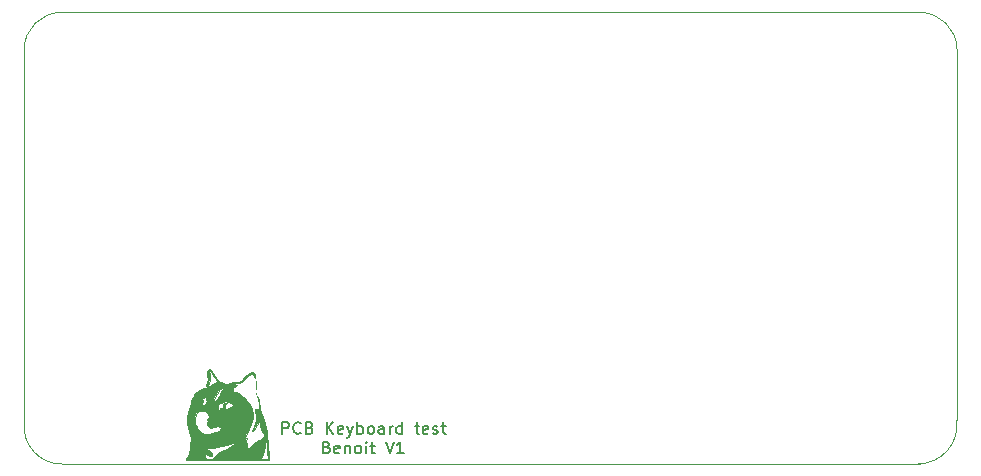
<source format=gbr>
G04 #@! TF.GenerationSoftware,KiCad,Pcbnew,(6.0.0-rc1-dev-1574-g3a1e66dba-dirty)*
G04 #@! TF.CreationDate,2019-01-27T21:49:17+01:00
G04 #@! TF.ProjectId,ai03_tutorial,61693033-5f74-4757-946f-7269616c2e6b,rev?*
G04 #@! TF.SameCoordinates,Original*
G04 #@! TF.FileFunction,Legend,Top*
G04 #@! TF.FilePolarity,Positive*
%FSLAX46Y46*%
G04 Gerber Fmt 4.6, Leading zero omitted, Abs format (unit mm)*
G04 Created by KiCad (PCBNEW (6.0.0-rc1-dev-1574-g3a1e66dba-dirty)) date 2019 January 27, Sunday 21:49:17*
%MOMM*%
%LPD*%
G04 APERTURE LIST*
%ADD10C,0.150000*%
%ADD11C,0.120000*%
%ADD12C,0.010000*%
G04 APERTURE END LIST*
D10*
X110744857Y-111641380D02*
X110744857Y-110641380D01*
X111125809Y-110641380D01*
X111221047Y-110689000D01*
X111268666Y-110736619D01*
X111316285Y-110831857D01*
X111316285Y-110974714D01*
X111268666Y-111069952D01*
X111221047Y-111117571D01*
X111125809Y-111165190D01*
X110744857Y-111165190D01*
X112316285Y-111546142D02*
X112268666Y-111593761D01*
X112125809Y-111641380D01*
X112030571Y-111641380D01*
X111887714Y-111593761D01*
X111792476Y-111498523D01*
X111744857Y-111403285D01*
X111697238Y-111212809D01*
X111697238Y-111069952D01*
X111744857Y-110879476D01*
X111792476Y-110784238D01*
X111887714Y-110689000D01*
X112030571Y-110641380D01*
X112125809Y-110641380D01*
X112268666Y-110689000D01*
X112316285Y-110736619D01*
X113078190Y-111117571D02*
X113221047Y-111165190D01*
X113268666Y-111212809D01*
X113316285Y-111308047D01*
X113316285Y-111450904D01*
X113268666Y-111546142D01*
X113221047Y-111593761D01*
X113125809Y-111641380D01*
X112744857Y-111641380D01*
X112744857Y-110641380D01*
X113078190Y-110641380D01*
X113173428Y-110689000D01*
X113221047Y-110736619D01*
X113268666Y-110831857D01*
X113268666Y-110927095D01*
X113221047Y-111022333D01*
X113173428Y-111069952D01*
X113078190Y-111117571D01*
X112744857Y-111117571D01*
X114506761Y-111641380D02*
X114506761Y-110641380D01*
X115078190Y-111641380D02*
X114649619Y-111069952D01*
X115078190Y-110641380D02*
X114506761Y-111212809D01*
X115887714Y-111593761D02*
X115792476Y-111641380D01*
X115602000Y-111641380D01*
X115506761Y-111593761D01*
X115459142Y-111498523D01*
X115459142Y-111117571D01*
X115506761Y-111022333D01*
X115602000Y-110974714D01*
X115792476Y-110974714D01*
X115887714Y-111022333D01*
X115935333Y-111117571D01*
X115935333Y-111212809D01*
X115459142Y-111308047D01*
X116268666Y-110974714D02*
X116506761Y-111641380D01*
X116744857Y-110974714D02*
X116506761Y-111641380D01*
X116411523Y-111879476D01*
X116363904Y-111927095D01*
X116268666Y-111974714D01*
X117125809Y-111641380D02*
X117125809Y-110641380D01*
X117125809Y-111022333D02*
X117221047Y-110974714D01*
X117411523Y-110974714D01*
X117506761Y-111022333D01*
X117554380Y-111069952D01*
X117602000Y-111165190D01*
X117602000Y-111450904D01*
X117554380Y-111546142D01*
X117506761Y-111593761D01*
X117411523Y-111641380D01*
X117221047Y-111641380D01*
X117125809Y-111593761D01*
X118173428Y-111641380D02*
X118078190Y-111593761D01*
X118030571Y-111546142D01*
X117982952Y-111450904D01*
X117982952Y-111165190D01*
X118030571Y-111069952D01*
X118078190Y-111022333D01*
X118173428Y-110974714D01*
X118316285Y-110974714D01*
X118411523Y-111022333D01*
X118459142Y-111069952D01*
X118506761Y-111165190D01*
X118506761Y-111450904D01*
X118459142Y-111546142D01*
X118411523Y-111593761D01*
X118316285Y-111641380D01*
X118173428Y-111641380D01*
X119363904Y-111641380D02*
X119363904Y-111117571D01*
X119316285Y-111022333D01*
X119221047Y-110974714D01*
X119030571Y-110974714D01*
X118935333Y-111022333D01*
X119363904Y-111593761D02*
X119268666Y-111641380D01*
X119030571Y-111641380D01*
X118935333Y-111593761D01*
X118887714Y-111498523D01*
X118887714Y-111403285D01*
X118935333Y-111308047D01*
X119030571Y-111260428D01*
X119268666Y-111260428D01*
X119363904Y-111212809D01*
X119840095Y-111641380D02*
X119840095Y-110974714D01*
X119840095Y-111165190D02*
X119887714Y-111069952D01*
X119935333Y-111022333D01*
X120030571Y-110974714D01*
X120125809Y-110974714D01*
X120887714Y-111641380D02*
X120887714Y-110641380D01*
X120887714Y-111593761D02*
X120792476Y-111641380D01*
X120602000Y-111641380D01*
X120506761Y-111593761D01*
X120459142Y-111546142D01*
X120411523Y-111450904D01*
X120411523Y-111165190D01*
X120459142Y-111069952D01*
X120506761Y-111022333D01*
X120602000Y-110974714D01*
X120792476Y-110974714D01*
X120887714Y-111022333D01*
X121982952Y-110974714D02*
X122363904Y-110974714D01*
X122125809Y-110641380D02*
X122125809Y-111498523D01*
X122173428Y-111593761D01*
X122268666Y-111641380D01*
X122363904Y-111641380D01*
X123078190Y-111593761D02*
X122982952Y-111641380D01*
X122792476Y-111641380D01*
X122697238Y-111593761D01*
X122649619Y-111498523D01*
X122649619Y-111117571D01*
X122697238Y-111022333D01*
X122792476Y-110974714D01*
X122982952Y-110974714D01*
X123078190Y-111022333D01*
X123125809Y-111117571D01*
X123125809Y-111212809D01*
X122649619Y-111308047D01*
X123506761Y-111593761D02*
X123602000Y-111641380D01*
X123792476Y-111641380D01*
X123887714Y-111593761D01*
X123935333Y-111498523D01*
X123935333Y-111450904D01*
X123887714Y-111355666D01*
X123792476Y-111308047D01*
X123649619Y-111308047D01*
X123554380Y-111260428D01*
X123506761Y-111165190D01*
X123506761Y-111117571D01*
X123554380Y-111022333D01*
X123649619Y-110974714D01*
X123792476Y-110974714D01*
X123887714Y-111022333D01*
X124221047Y-110974714D02*
X124602000Y-110974714D01*
X124363904Y-110641380D02*
X124363904Y-111498523D01*
X124411523Y-111593761D01*
X124506761Y-111641380D01*
X124602000Y-111641380D01*
X114530571Y-112767571D02*
X114673428Y-112815190D01*
X114721047Y-112862809D01*
X114768666Y-112958047D01*
X114768666Y-113100904D01*
X114721047Y-113196142D01*
X114673428Y-113243761D01*
X114578190Y-113291380D01*
X114197238Y-113291380D01*
X114197238Y-112291380D01*
X114530571Y-112291380D01*
X114625809Y-112339000D01*
X114673428Y-112386619D01*
X114721047Y-112481857D01*
X114721047Y-112577095D01*
X114673428Y-112672333D01*
X114625809Y-112719952D01*
X114530571Y-112767571D01*
X114197238Y-112767571D01*
X115578190Y-113243761D02*
X115482952Y-113291380D01*
X115292476Y-113291380D01*
X115197238Y-113243761D01*
X115149619Y-113148523D01*
X115149619Y-112767571D01*
X115197238Y-112672333D01*
X115292476Y-112624714D01*
X115482952Y-112624714D01*
X115578190Y-112672333D01*
X115625809Y-112767571D01*
X115625809Y-112862809D01*
X115149619Y-112958047D01*
X116054380Y-112624714D02*
X116054380Y-113291380D01*
X116054380Y-112719952D02*
X116102000Y-112672333D01*
X116197238Y-112624714D01*
X116340095Y-112624714D01*
X116435333Y-112672333D01*
X116482952Y-112767571D01*
X116482952Y-113291380D01*
X117102000Y-113291380D02*
X117006761Y-113243761D01*
X116959142Y-113196142D01*
X116911523Y-113100904D01*
X116911523Y-112815190D01*
X116959142Y-112719952D01*
X117006761Y-112672333D01*
X117102000Y-112624714D01*
X117244857Y-112624714D01*
X117340095Y-112672333D01*
X117387714Y-112719952D01*
X117435333Y-112815190D01*
X117435333Y-113100904D01*
X117387714Y-113196142D01*
X117340095Y-113243761D01*
X117244857Y-113291380D01*
X117102000Y-113291380D01*
X117863904Y-113291380D02*
X117863904Y-112624714D01*
X117863904Y-112291380D02*
X117816285Y-112339000D01*
X117863904Y-112386619D01*
X117911523Y-112339000D01*
X117863904Y-112291380D01*
X117863904Y-112386619D01*
X118197238Y-112624714D02*
X118578190Y-112624714D01*
X118340095Y-112291380D02*
X118340095Y-113148523D01*
X118387714Y-113243761D01*
X118482952Y-113291380D01*
X118578190Y-113291380D01*
X119530571Y-112291380D02*
X119863904Y-113291380D01*
X120197238Y-112291380D01*
X121054380Y-113291380D02*
X120482952Y-113291380D01*
X120768666Y-113291380D02*
X120768666Y-112291380D01*
X120673428Y-112434238D01*
X120578190Y-112529476D01*
X120482952Y-112577095D01*
D11*
X92075000Y-75946000D02*
X164719000Y-75946000D01*
X167894000Y-79121000D02*
X167872109Y-110491408D01*
X92075000Y-114173000D02*
X164719000Y-114173000D01*
X88900000Y-78994000D02*
X88900000Y-110744000D01*
X88900000Y-79121000D02*
G75*
G02X92075000Y-75946000I3175000J0D01*
G01*
X92075000Y-114183144D02*
G75*
G02X88900000Y-110744000I0J3185144D01*
G01*
X167872109Y-110491408D02*
G75*
G02X164592000Y-114173000I-3280109J-379592D01*
G01*
X164719000Y-75946000D02*
G75*
G02X167894000Y-79121000I0J-3175000D01*
G01*
D12*
G36*
X106045000Y-109047687D02*
G01*
X105979404Y-109131106D01*
X105950458Y-109135333D01*
X105892247Y-109202342D01*
X105900199Y-109304666D01*
X105893429Y-109446123D01*
X105825407Y-109474000D01*
X105728292Y-109403612D01*
X105706333Y-109307645D01*
X105774611Y-109137841D01*
X105875667Y-109050666D01*
X106014996Y-109004647D01*
X106045000Y-109047687D01*
X106045000Y-109047687D01*
G37*
X106045000Y-109047687D02*
X105979404Y-109131106D01*
X105950458Y-109135333D01*
X105892247Y-109202342D01*
X105900199Y-109304666D01*
X105893429Y-109446123D01*
X105825407Y-109474000D01*
X105728292Y-109403612D01*
X105706333Y-109307645D01*
X105774611Y-109137841D01*
X105875667Y-109050666D01*
X106014996Y-109004647D01*
X106045000Y-109047687D01*
G36*
X108559385Y-107234938D02*
G01*
X108561581Y-107251500D01*
X108575592Y-107548385D01*
X108561581Y-107801833D01*
X108544980Y-107865735D01*
X108532836Y-107779294D01*
X108527503Y-107561490D01*
X108527433Y-107526666D01*
X108531768Y-107294061D01*
X108543204Y-107190492D01*
X108559385Y-107234938D01*
X108559385Y-107234938D01*
G37*
X108559385Y-107234938D02*
X108561581Y-107251500D01*
X108575592Y-107548385D01*
X108561581Y-107801833D01*
X108544980Y-107865735D01*
X108532836Y-107779294D01*
X108527503Y-107561490D01*
X108527433Y-107526666D01*
X108531768Y-107294061D01*
X108543204Y-107190492D01*
X108559385Y-107234938D01*
G36*
X108556778Y-108147555D02*
G01*
X108566911Y-108248035D01*
X108556778Y-108260444D01*
X108506443Y-108248822D01*
X108500333Y-108204000D01*
X108531311Y-108134309D01*
X108556778Y-108147555D01*
X108556778Y-108147555D01*
G37*
X108556778Y-108147555D02*
X108566911Y-108248035D01*
X108556778Y-108260444D01*
X108506443Y-108248822D01*
X108500333Y-108204000D01*
X108531311Y-108134309D01*
X108556778Y-108147555D01*
G36*
X108689226Y-108530661D02*
G01*
X108711974Y-108568909D01*
X108798567Y-108762570D01*
X108817786Y-108902356D01*
X108816869Y-108905392D01*
X108773553Y-108919664D01*
X108736445Y-108836816D01*
X108666703Y-108607774D01*
X108631550Y-108500333D01*
X108627343Y-108447620D01*
X108689226Y-108530661D01*
X108689226Y-108530661D01*
G37*
X108689226Y-108530661D02*
X108711974Y-108568909D01*
X108798567Y-108762570D01*
X108817786Y-108902356D01*
X108816869Y-108905392D01*
X108773553Y-108919664D01*
X108736445Y-108836816D01*
X108666703Y-108607774D01*
X108631550Y-108500333D01*
X108627343Y-108447620D01*
X108689226Y-108530661D01*
G36*
X104718371Y-106266290D02*
G01*
X104914014Y-106511059D01*
X105054469Y-106748375D01*
X105209901Y-107006960D01*
X105359643Y-107160863D01*
X105564442Y-107261157D01*
X105726003Y-107312997D01*
X105999754Y-107385715D01*
X106213832Y-107427450D01*
X106340874Y-107435917D01*
X106353518Y-107408828D01*
X106256667Y-107357333D01*
X106209030Y-107315385D01*
X106308998Y-107289326D01*
X106566841Y-107276693D01*
X106595333Y-107276176D01*
X106867019Y-107265003D01*
X107058963Y-107224910D01*
X107229671Y-107129626D01*
X107437650Y-106952882D01*
X107551410Y-106846892D01*
X107794335Y-106638827D01*
X108010853Y-106488373D01*
X108156383Y-106426249D01*
X108162264Y-106426000D01*
X108329830Y-106499431D01*
X108456366Y-106675292D01*
X108493649Y-106864933D01*
X108465796Y-106877591D01*
X108407166Y-106757599D01*
X108401927Y-106743500D01*
X108278983Y-106555674D01*
X108114592Y-106526321D01*
X107922169Y-106653711D01*
X107786324Y-106822819D01*
X107624400Y-107019161D01*
X107470063Y-107140940D01*
X107424976Y-107156875D01*
X107281983Y-107219598D01*
X107245981Y-107268056D01*
X107151251Y-107323061D01*
X106945079Y-107360605D01*
X106821111Y-107368478D01*
X106594981Y-107376865D01*
X106527066Y-107389018D01*
X106606269Y-107411574D01*
X106714926Y-107431978D01*
X106897932Y-107474447D01*
X106936747Y-107523969D01*
X106866802Y-107597455D01*
X106718983Y-107666414D01*
X106641375Y-107655958D01*
X106576551Y-107684628D01*
X106553000Y-107848595D01*
X106572091Y-108020982D01*
X106656822Y-108069359D01*
X106751029Y-108057995D01*
X106945812Y-108082138D01*
X107143053Y-108247592D01*
X107153967Y-108260236D01*
X107358295Y-108458684D01*
X107572841Y-108610842D01*
X107582725Y-108616077D01*
X107808970Y-108815190D01*
X108006032Y-109141533D01*
X108156989Y-109553445D01*
X108244917Y-110009267D01*
X108260381Y-110284292D01*
X108221725Y-110493900D01*
X108120479Y-110798066D01*
X107978909Y-111144810D01*
X107819281Y-111482151D01*
X107663861Y-111758109D01*
X107578098Y-111877085D01*
X107491802Y-111990038D01*
X107536548Y-112004489D01*
X107643103Y-111973848D01*
X107780349Y-111945863D01*
X107787935Y-111999155D01*
X107772483Y-112026095D01*
X107688020Y-112240540D01*
X107711638Y-112405865D01*
X107751767Y-112445636D01*
X107793684Y-112551737D01*
X107744096Y-112680565D01*
X107696848Y-112826397D01*
X107757329Y-112866428D01*
X107906398Y-112807012D01*
X108124915Y-112654501D01*
X108313460Y-112491583D01*
X108533303Y-112305906D01*
X108713725Y-112185577D01*
X108808568Y-112156883D01*
X108926502Y-112121455D01*
X109062546Y-111987239D01*
X109172594Y-111812939D01*
X109212546Y-111657259D01*
X109206211Y-111627596D01*
X109122777Y-111518959D01*
X109083941Y-111506000D01*
X109020722Y-111435656D01*
X109008333Y-111350777D01*
X108978296Y-111187134D01*
X108947347Y-111134569D01*
X108913919Y-111017190D01*
X108909870Y-110806266D01*
X108913078Y-110760625D01*
X108939795Y-110447666D01*
X108774369Y-110659333D01*
X108616079Y-110889646D01*
X108467803Y-111146155D01*
X108467797Y-111146166D01*
X108349041Y-111327042D01*
X108238651Y-111417584D01*
X108222992Y-111420036D01*
X108170075Y-111392305D01*
X108208071Y-111356536D01*
X108276660Y-111247901D01*
X108368151Y-111025725D01*
X108454384Y-110764922D01*
X108538961Y-110444680D01*
X108563440Y-110228551D01*
X108532013Y-110063994D01*
X108513812Y-110020105D01*
X108422171Y-109750285D01*
X108425472Y-109571186D01*
X108520521Y-109505396D01*
X108585000Y-109516333D01*
X108701660Y-109528788D01*
X108751920Y-109438856D01*
X108764070Y-109289205D01*
X108773806Y-109008333D01*
X108842711Y-109304666D01*
X108897487Y-109512850D01*
X108988617Y-109831118D01*
X109101201Y-110208162D01*
X109172152Y-110439015D01*
X109433084Y-111509694D01*
X109575904Y-112637665D01*
X109600305Y-113305166D01*
X109601000Y-113876666D01*
X106087333Y-113876666D01*
X105334525Y-113875602D01*
X104636942Y-113872561D01*
X104012179Y-113867773D01*
X103477833Y-113861468D01*
X103051498Y-113853873D01*
X102750771Y-113845219D01*
X102593248Y-113835735D01*
X102573667Y-113830904D01*
X102618535Y-113737910D01*
X102727795Y-113572895D01*
X102740155Y-113555738D01*
X102861587Y-113291942D01*
X102925610Y-112901806D01*
X102933733Y-112776000D01*
X102940857Y-112685242D01*
X103894713Y-112685242D01*
X103941239Y-112736285D01*
X104110374Y-112825337D01*
X104300101Y-112903974D01*
X104549558Y-113034981D01*
X104728706Y-113195042D01*
X104814826Y-113352120D01*
X104785203Y-113474181D01*
X104728999Y-113508789D01*
X104574067Y-113494797D01*
X104434945Y-113409743D01*
X104310271Y-113312117D01*
X104247663Y-113333141D01*
X104217373Y-113399475D01*
X104192740Y-113614792D01*
X104313476Y-113745509D01*
X104576307Y-113788134D01*
X104581843Y-113788079D01*
X104801324Y-113762453D01*
X104884772Y-113714587D01*
X108966796Y-113714587D01*
X108996638Y-113778658D01*
X109156334Y-113791888D01*
X109217826Y-113792000D01*
X109516333Y-113792000D01*
X109507894Y-113135833D01*
X109495902Y-112789319D01*
X109472115Y-112484704D01*
X109441409Y-112282194D01*
X109437604Y-112268000D01*
X109401098Y-112190855D01*
X109363198Y-112232111D01*
X109316824Y-112408950D01*
X109263215Y-112691333D01*
X109192409Y-113035660D01*
X109112190Y-113343115D01*
X109039181Y-113550488D01*
X109034997Y-113559166D01*
X108966796Y-113714587D01*
X104884772Y-113714587D01*
X104968587Y-113666511D01*
X105149570Y-113461827D01*
X105156000Y-113453476D01*
X105504572Y-113129941D01*
X105793308Y-112991189D01*
X106074453Y-112874447D01*
X106357952Y-112724441D01*
X106601823Y-112567549D01*
X106764086Y-112430148D01*
X106807000Y-112354298D01*
X106738018Y-112344496D01*
X106559119Y-112397590D01*
X106362500Y-112478630D01*
X106051197Y-112591987D01*
X105654836Y-112698941D01*
X105256933Y-112777091D01*
X105240667Y-112779522D01*
X104866499Y-112826898D01*
X104599888Y-112836483D01*
X104383000Y-112806813D01*
X104204928Y-112753304D01*
X103979655Y-112686239D01*
X103894713Y-112685242D01*
X102940857Y-112685242D01*
X102957378Y-112474787D01*
X102992152Y-112235418D01*
X103026313Y-112119717D01*
X103031446Y-111993265D01*
X102985026Y-111754556D01*
X102896477Y-111449310D01*
X102875068Y-111385828D01*
X102759148Y-111034792D01*
X102692235Y-110761907D01*
X102675119Y-110532742D01*
X103358196Y-110532742D01*
X103384052Y-110722595D01*
X103409765Y-110767298D01*
X103495025Y-110932385D01*
X103505000Y-111006162D01*
X103567755Y-111145491D01*
X103722506Y-111329171D01*
X103918979Y-111509719D01*
X104106900Y-111639651D01*
X104213492Y-111675333D01*
X104351684Y-111659975D01*
X104596382Y-111620209D01*
X104824379Y-111578058D01*
X105183739Y-111495159D01*
X105402980Y-111405588D01*
X105510997Y-111292269D01*
X105537000Y-111156966D01*
X105471601Y-111028056D01*
X105282666Y-111003526D01*
X104981090Y-111084786D01*
X104980750Y-111084916D01*
X104754232Y-111125571D01*
X104557059Y-111044008D01*
X104434423Y-110909954D01*
X104420819Y-110871000D01*
X104436333Y-110871000D01*
X104478667Y-110913333D01*
X104521000Y-110871000D01*
X104605667Y-110871000D01*
X104648000Y-110913333D01*
X104690333Y-110871000D01*
X104648000Y-110828666D01*
X104605667Y-110871000D01*
X104521000Y-110871000D01*
X104478667Y-110828666D01*
X104436333Y-110871000D01*
X104420819Y-110871000D01*
X104377555Y-110747122D01*
X104384232Y-110701666D01*
X104521000Y-110701666D01*
X104563333Y-110744000D01*
X104605667Y-110701666D01*
X104563333Y-110659333D01*
X104521000Y-110701666D01*
X104384232Y-110701666D01*
X104396871Y-110615629D01*
X104475517Y-110573370D01*
X104493307Y-110537462D01*
X104436333Y-110490000D01*
X104393736Y-110447666D01*
X104605667Y-110447666D01*
X104648000Y-110490000D01*
X104690333Y-110447666D01*
X104648000Y-110405333D01*
X104605667Y-110447666D01*
X104393736Y-110447666D01*
X104367446Y-110421539D01*
X104415167Y-110406629D01*
X104464577Y-110363000D01*
X104775000Y-110363000D01*
X104817333Y-110405333D01*
X104859667Y-110363000D01*
X104817333Y-110320666D01*
X104775000Y-110363000D01*
X104464577Y-110363000D01*
X104494430Y-110336641D01*
X104518716Y-110173252D01*
X104490438Y-109982372D01*
X104412011Y-109829911D01*
X104393395Y-109812164D01*
X104210397Y-109730981D01*
X103961262Y-109698538D01*
X103714058Y-109714695D01*
X103536854Y-109779311D01*
X103503560Y-109813997D01*
X103424354Y-110013348D01*
X103373765Y-110274628D01*
X103358196Y-110532742D01*
X102675119Y-110532742D01*
X102673832Y-110515519D01*
X102703438Y-110243968D01*
X102780553Y-109895599D01*
X102857751Y-109596529D01*
X102933231Y-109325833D01*
X105299056Y-109325833D01*
X105302798Y-109537882D01*
X105349271Y-109640205D01*
X105362556Y-109643333D01*
X105439340Y-109573752D01*
X105452333Y-109499400D01*
X105475259Y-109406000D01*
X105553933Y-109457066D01*
X105745912Y-109543938D01*
X106009305Y-109541797D01*
X106275209Y-109456424D01*
X106383667Y-109387450D01*
X106595333Y-109220000D01*
X106383667Y-109052549D01*
X106146341Y-108921913D01*
X105914480Y-108884420D01*
X105755127Y-108944833D01*
X105625873Y-108996546D01*
X105508183Y-109008333D01*
X105382576Y-109039349D01*
X105320500Y-109162572D01*
X105299056Y-109325833D01*
X102933231Y-109325833D01*
X103005570Y-109066407D01*
X103048759Y-108937777D01*
X103849617Y-108937777D01*
X103909388Y-109126182D01*
X104103779Y-109212058D01*
X104114032Y-109213315D01*
X104200347Y-109156819D01*
X104292710Y-109046009D01*
X104872823Y-109046009D01*
X105122007Y-108861779D01*
X105325967Y-108639465D01*
X105467453Y-108356162D01*
X105469236Y-108350304D01*
X105565842Y-108114410D01*
X105680925Y-107944437D01*
X105705489Y-107923029D01*
X105857420Y-107789051D01*
X105917916Y-107688220D01*
X105872744Y-107653343D01*
X105816564Y-107667047D01*
X105477504Y-107874221D01*
X105192099Y-108230676D01*
X104971489Y-108721782D01*
X104941861Y-108815504D01*
X104872823Y-109046009D01*
X104292710Y-109046009D01*
X104304532Y-109031827D01*
X104409510Y-108851698D01*
X104430349Y-108746831D01*
X104361661Y-108748388D01*
X104352636Y-108753733D01*
X104304524Y-108740106D01*
X104319361Y-108674064D01*
X104310573Y-108567876D01*
X104196388Y-108542666D01*
X104030553Y-108579601D01*
X103970667Y-108627333D01*
X103972855Y-108705549D01*
X104000077Y-108712000D01*
X104045365Y-108780044D01*
X104033182Y-108897965D01*
X103991514Y-109026742D01*
X103952396Y-108997366D01*
X103920060Y-108919132D01*
X103870247Y-108808554D01*
X103853022Y-108858303D01*
X103849617Y-108937777D01*
X103048759Y-108937777D01*
X103136878Y-108675332D01*
X103264330Y-108395546D01*
X103400578Y-108199293D01*
X103558274Y-108058816D01*
X103558921Y-108058360D01*
X103752976Y-107941501D01*
X103963039Y-107842718D01*
X104137467Y-107782803D01*
X104224618Y-107782543D01*
X104227011Y-107789409D01*
X104289497Y-107762752D01*
X104448307Y-107658789D01*
X104603524Y-107547833D01*
X104839579Y-107393138D01*
X105041244Y-107293318D01*
X105125270Y-107272666D01*
X105193861Y-107252728D01*
X105193842Y-107172787D01*
X105117507Y-107002654D01*
X105002757Y-106792761D01*
X104844282Y-106537962D01*
X104698401Y-106348609D01*
X104605667Y-106270992D01*
X104523821Y-106257250D01*
X104562185Y-106329411D01*
X104595434Y-106370581D01*
X104674924Y-106590344D01*
X104671089Y-106876777D01*
X104621648Y-107115459D01*
X104538496Y-107346398D01*
X104441554Y-107532517D01*
X104350743Y-107636740D01*
X104285983Y-107621989D01*
X104279320Y-107605961D01*
X104295583Y-107487169D01*
X104329978Y-107463340D01*
X104381679Y-107370438D01*
X104371675Y-107255367D01*
X104359551Y-107132409D01*
X104432719Y-107143458D01*
X104436333Y-107145666D01*
X104508013Y-107162368D01*
X104496991Y-107054167D01*
X104484088Y-107010739D01*
X104389316Y-106615535D01*
X104392923Y-106346962D01*
X104431496Y-106256666D01*
X104556402Y-106180600D01*
X104718371Y-106266290D01*
X104718371Y-106266290D01*
G37*
X104718371Y-106266290D02*
X104914014Y-106511059D01*
X105054469Y-106748375D01*
X105209901Y-107006960D01*
X105359643Y-107160863D01*
X105564442Y-107261157D01*
X105726003Y-107312997D01*
X105999754Y-107385715D01*
X106213832Y-107427450D01*
X106340874Y-107435917D01*
X106353518Y-107408828D01*
X106256667Y-107357333D01*
X106209030Y-107315385D01*
X106308998Y-107289326D01*
X106566841Y-107276693D01*
X106595333Y-107276176D01*
X106867019Y-107265003D01*
X107058963Y-107224910D01*
X107229671Y-107129626D01*
X107437650Y-106952882D01*
X107551410Y-106846892D01*
X107794335Y-106638827D01*
X108010853Y-106488373D01*
X108156383Y-106426249D01*
X108162264Y-106426000D01*
X108329830Y-106499431D01*
X108456366Y-106675292D01*
X108493649Y-106864933D01*
X108465796Y-106877591D01*
X108407166Y-106757599D01*
X108401927Y-106743500D01*
X108278983Y-106555674D01*
X108114592Y-106526321D01*
X107922169Y-106653711D01*
X107786324Y-106822819D01*
X107624400Y-107019161D01*
X107470063Y-107140940D01*
X107424976Y-107156875D01*
X107281983Y-107219598D01*
X107245981Y-107268056D01*
X107151251Y-107323061D01*
X106945079Y-107360605D01*
X106821111Y-107368478D01*
X106594981Y-107376865D01*
X106527066Y-107389018D01*
X106606269Y-107411574D01*
X106714926Y-107431978D01*
X106897932Y-107474447D01*
X106936747Y-107523969D01*
X106866802Y-107597455D01*
X106718983Y-107666414D01*
X106641375Y-107655958D01*
X106576551Y-107684628D01*
X106553000Y-107848595D01*
X106572091Y-108020982D01*
X106656822Y-108069359D01*
X106751029Y-108057995D01*
X106945812Y-108082138D01*
X107143053Y-108247592D01*
X107153967Y-108260236D01*
X107358295Y-108458684D01*
X107572841Y-108610842D01*
X107582725Y-108616077D01*
X107808970Y-108815190D01*
X108006032Y-109141533D01*
X108156989Y-109553445D01*
X108244917Y-110009267D01*
X108260381Y-110284292D01*
X108221725Y-110493900D01*
X108120479Y-110798066D01*
X107978909Y-111144810D01*
X107819281Y-111482151D01*
X107663861Y-111758109D01*
X107578098Y-111877085D01*
X107491802Y-111990038D01*
X107536548Y-112004489D01*
X107643103Y-111973848D01*
X107780349Y-111945863D01*
X107787935Y-111999155D01*
X107772483Y-112026095D01*
X107688020Y-112240540D01*
X107711638Y-112405865D01*
X107751767Y-112445636D01*
X107793684Y-112551737D01*
X107744096Y-112680565D01*
X107696848Y-112826397D01*
X107757329Y-112866428D01*
X107906398Y-112807012D01*
X108124915Y-112654501D01*
X108313460Y-112491583D01*
X108533303Y-112305906D01*
X108713725Y-112185577D01*
X108808568Y-112156883D01*
X108926502Y-112121455D01*
X109062546Y-111987239D01*
X109172594Y-111812939D01*
X109212546Y-111657259D01*
X109206211Y-111627596D01*
X109122777Y-111518959D01*
X109083941Y-111506000D01*
X109020722Y-111435656D01*
X109008333Y-111350777D01*
X108978296Y-111187134D01*
X108947347Y-111134569D01*
X108913919Y-111017190D01*
X108909870Y-110806266D01*
X108913078Y-110760625D01*
X108939795Y-110447666D01*
X108774369Y-110659333D01*
X108616079Y-110889646D01*
X108467803Y-111146155D01*
X108467797Y-111146166D01*
X108349041Y-111327042D01*
X108238651Y-111417584D01*
X108222992Y-111420036D01*
X108170075Y-111392305D01*
X108208071Y-111356536D01*
X108276660Y-111247901D01*
X108368151Y-111025725D01*
X108454384Y-110764922D01*
X108538961Y-110444680D01*
X108563440Y-110228551D01*
X108532013Y-110063994D01*
X108513812Y-110020105D01*
X108422171Y-109750285D01*
X108425472Y-109571186D01*
X108520521Y-109505396D01*
X108585000Y-109516333D01*
X108701660Y-109528788D01*
X108751920Y-109438856D01*
X108764070Y-109289205D01*
X108773806Y-109008333D01*
X108842711Y-109304666D01*
X108897487Y-109512850D01*
X108988617Y-109831118D01*
X109101201Y-110208162D01*
X109172152Y-110439015D01*
X109433084Y-111509694D01*
X109575904Y-112637665D01*
X109600305Y-113305166D01*
X109601000Y-113876666D01*
X106087333Y-113876666D01*
X105334525Y-113875602D01*
X104636942Y-113872561D01*
X104012179Y-113867773D01*
X103477833Y-113861468D01*
X103051498Y-113853873D01*
X102750771Y-113845219D01*
X102593248Y-113835735D01*
X102573667Y-113830904D01*
X102618535Y-113737910D01*
X102727795Y-113572895D01*
X102740155Y-113555738D01*
X102861587Y-113291942D01*
X102925610Y-112901806D01*
X102933733Y-112776000D01*
X102940857Y-112685242D01*
X103894713Y-112685242D01*
X103941239Y-112736285D01*
X104110374Y-112825337D01*
X104300101Y-112903974D01*
X104549558Y-113034981D01*
X104728706Y-113195042D01*
X104814826Y-113352120D01*
X104785203Y-113474181D01*
X104728999Y-113508789D01*
X104574067Y-113494797D01*
X104434945Y-113409743D01*
X104310271Y-113312117D01*
X104247663Y-113333141D01*
X104217373Y-113399475D01*
X104192740Y-113614792D01*
X104313476Y-113745509D01*
X104576307Y-113788134D01*
X104581843Y-113788079D01*
X104801324Y-113762453D01*
X104884772Y-113714587D01*
X108966796Y-113714587D01*
X108996638Y-113778658D01*
X109156334Y-113791888D01*
X109217826Y-113792000D01*
X109516333Y-113792000D01*
X109507894Y-113135833D01*
X109495902Y-112789319D01*
X109472115Y-112484704D01*
X109441409Y-112282194D01*
X109437604Y-112268000D01*
X109401098Y-112190855D01*
X109363198Y-112232111D01*
X109316824Y-112408950D01*
X109263215Y-112691333D01*
X109192409Y-113035660D01*
X109112190Y-113343115D01*
X109039181Y-113550488D01*
X109034997Y-113559166D01*
X108966796Y-113714587D01*
X104884772Y-113714587D01*
X104968587Y-113666511D01*
X105149570Y-113461827D01*
X105156000Y-113453476D01*
X105504572Y-113129941D01*
X105793308Y-112991189D01*
X106074453Y-112874447D01*
X106357952Y-112724441D01*
X106601823Y-112567549D01*
X106764086Y-112430148D01*
X106807000Y-112354298D01*
X106738018Y-112344496D01*
X106559119Y-112397590D01*
X106362500Y-112478630D01*
X106051197Y-112591987D01*
X105654836Y-112698941D01*
X105256933Y-112777091D01*
X105240667Y-112779522D01*
X104866499Y-112826898D01*
X104599888Y-112836483D01*
X104383000Y-112806813D01*
X104204928Y-112753304D01*
X103979655Y-112686239D01*
X103894713Y-112685242D01*
X102940857Y-112685242D01*
X102957378Y-112474787D01*
X102992152Y-112235418D01*
X103026313Y-112119717D01*
X103031446Y-111993265D01*
X102985026Y-111754556D01*
X102896477Y-111449310D01*
X102875068Y-111385828D01*
X102759148Y-111034792D01*
X102692235Y-110761907D01*
X102675119Y-110532742D01*
X103358196Y-110532742D01*
X103384052Y-110722595D01*
X103409765Y-110767298D01*
X103495025Y-110932385D01*
X103505000Y-111006162D01*
X103567755Y-111145491D01*
X103722506Y-111329171D01*
X103918979Y-111509719D01*
X104106900Y-111639651D01*
X104213492Y-111675333D01*
X104351684Y-111659975D01*
X104596382Y-111620209D01*
X104824379Y-111578058D01*
X105183739Y-111495159D01*
X105402980Y-111405588D01*
X105510997Y-111292269D01*
X105537000Y-111156966D01*
X105471601Y-111028056D01*
X105282666Y-111003526D01*
X104981090Y-111084786D01*
X104980750Y-111084916D01*
X104754232Y-111125571D01*
X104557059Y-111044008D01*
X104434423Y-110909954D01*
X104420819Y-110871000D01*
X104436333Y-110871000D01*
X104478667Y-110913333D01*
X104521000Y-110871000D01*
X104605667Y-110871000D01*
X104648000Y-110913333D01*
X104690333Y-110871000D01*
X104648000Y-110828666D01*
X104605667Y-110871000D01*
X104521000Y-110871000D01*
X104478667Y-110828666D01*
X104436333Y-110871000D01*
X104420819Y-110871000D01*
X104377555Y-110747122D01*
X104384232Y-110701666D01*
X104521000Y-110701666D01*
X104563333Y-110744000D01*
X104605667Y-110701666D01*
X104563333Y-110659333D01*
X104521000Y-110701666D01*
X104384232Y-110701666D01*
X104396871Y-110615629D01*
X104475517Y-110573370D01*
X104493307Y-110537462D01*
X104436333Y-110490000D01*
X104393736Y-110447666D01*
X104605667Y-110447666D01*
X104648000Y-110490000D01*
X104690333Y-110447666D01*
X104648000Y-110405333D01*
X104605667Y-110447666D01*
X104393736Y-110447666D01*
X104367446Y-110421539D01*
X104415167Y-110406629D01*
X104464577Y-110363000D01*
X104775000Y-110363000D01*
X104817333Y-110405333D01*
X104859667Y-110363000D01*
X104817333Y-110320666D01*
X104775000Y-110363000D01*
X104464577Y-110363000D01*
X104494430Y-110336641D01*
X104518716Y-110173252D01*
X104490438Y-109982372D01*
X104412011Y-109829911D01*
X104393395Y-109812164D01*
X104210397Y-109730981D01*
X103961262Y-109698538D01*
X103714058Y-109714695D01*
X103536854Y-109779311D01*
X103503560Y-109813997D01*
X103424354Y-110013348D01*
X103373765Y-110274628D01*
X103358196Y-110532742D01*
X102675119Y-110532742D01*
X102673832Y-110515519D01*
X102703438Y-110243968D01*
X102780553Y-109895599D01*
X102857751Y-109596529D01*
X102933231Y-109325833D01*
X105299056Y-109325833D01*
X105302798Y-109537882D01*
X105349271Y-109640205D01*
X105362556Y-109643333D01*
X105439340Y-109573752D01*
X105452333Y-109499400D01*
X105475259Y-109406000D01*
X105553933Y-109457066D01*
X105745912Y-109543938D01*
X106009305Y-109541797D01*
X106275209Y-109456424D01*
X106383667Y-109387450D01*
X106595333Y-109220000D01*
X106383667Y-109052549D01*
X106146341Y-108921913D01*
X105914480Y-108884420D01*
X105755127Y-108944833D01*
X105625873Y-108996546D01*
X105508183Y-109008333D01*
X105382576Y-109039349D01*
X105320500Y-109162572D01*
X105299056Y-109325833D01*
X102933231Y-109325833D01*
X103005570Y-109066407D01*
X103048759Y-108937777D01*
X103849617Y-108937777D01*
X103909388Y-109126182D01*
X104103779Y-109212058D01*
X104114032Y-109213315D01*
X104200347Y-109156819D01*
X104292710Y-109046009D01*
X104872823Y-109046009D01*
X105122007Y-108861779D01*
X105325967Y-108639465D01*
X105467453Y-108356162D01*
X105469236Y-108350304D01*
X105565842Y-108114410D01*
X105680925Y-107944437D01*
X105705489Y-107923029D01*
X105857420Y-107789051D01*
X105917916Y-107688220D01*
X105872744Y-107653343D01*
X105816564Y-107667047D01*
X105477504Y-107874221D01*
X105192099Y-108230676D01*
X104971489Y-108721782D01*
X104941861Y-108815504D01*
X104872823Y-109046009D01*
X104292710Y-109046009D01*
X104304532Y-109031827D01*
X104409510Y-108851698D01*
X104430349Y-108746831D01*
X104361661Y-108748388D01*
X104352636Y-108753733D01*
X104304524Y-108740106D01*
X104319361Y-108674064D01*
X104310573Y-108567876D01*
X104196388Y-108542666D01*
X104030553Y-108579601D01*
X103970667Y-108627333D01*
X103972855Y-108705549D01*
X104000077Y-108712000D01*
X104045365Y-108780044D01*
X104033182Y-108897965D01*
X103991514Y-109026742D01*
X103952396Y-108997366D01*
X103920060Y-108919132D01*
X103870247Y-108808554D01*
X103853022Y-108858303D01*
X103849617Y-108937777D01*
X103048759Y-108937777D01*
X103136878Y-108675332D01*
X103264330Y-108395546D01*
X103400578Y-108199293D01*
X103558274Y-108058816D01*
X103558921Y-108058360D01*
X103752976Y-107941501D01*
X103963039Y-107842718D01*
X104137467Y-107782803D01*
X104224618Y-107782543D01*
X104227011Y-107789409D01*
X104289497Y-107762752D01*
X104448307Y-107658789D01*
X104603524Y-107547833D01*
X104839579Y-107393138D01*
X105041244Y-107293318D01*
X105125270Y-107272666D01*
X105193861Y-107252728D01*
X105193842Y-107172787D01*
X105117507Y-107002654D01*
X105002757Y-106792761D01*
X104844282Y-106537962D01*
X104698401Y-106348609D01*
X104605667Y-106270992D01*
X104523821Y-106257250D01*
X104562185Y-106329411D01*
X104595434Y-106370581D01*
X104674924Y-106590344D01*
X104671089Y-106876777D01*
X104621648Y-107115459D01*
X104538496Y-107346398D01*
X104441554Y-107532517D01*
X104350743Y-107636740D01*
X104285983Y-107621989D01*
X104279320Y-107605961D01*
X104295583Y-107487169D01*
X104329978Y-107463340D01*
X104381679Y-107370438D01*
X104371675Y-107255367D01*
X104359551Y-107132409D01*
X104432719Y-107143458D01*
X104436333Y-107145666D01*
X104508013Y-107162368D01*
X104496991Y-107054167D01*
X104484088Y-107010739D01*
X104389316Y-106615535D01*
X104392923Y-106346962D01*
X104431496Y-106256666D01*
X104556402Y-106180600D01*
X104718371Y-106266290D01*
M02*

</source>
